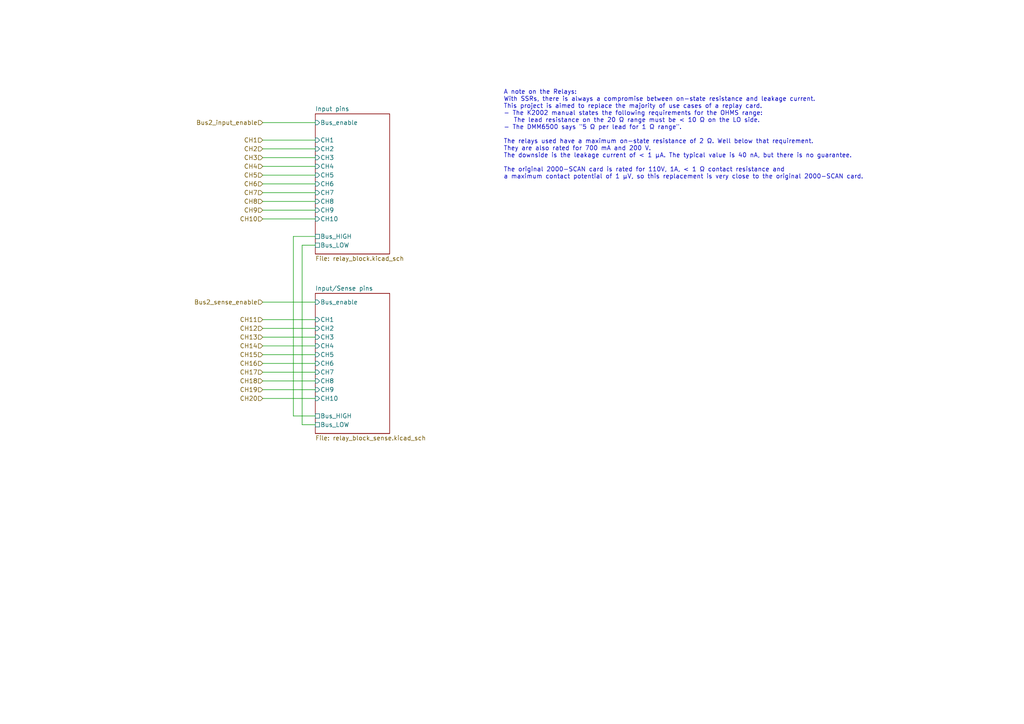
<source format=kicad_sch>
(kicad_sch
	(version 20231120)
	(generator "eeschema")
	(generator_version "8.0")
	(uuid "9390234f-bf3f-46cd-b6a0-8a438ec76e9f")
	(paper "A4")
	(title_block
		(title "Keithley 2000-SCAN-20 SSR")
		(date "2024-09-26")
		(rev "1.1.1")
		(comment 1 "Copyright (©) 2024, Patrick Baus <patrick.baus@physik.tu-darmstadt.de>")
		(comment 2 "Licensed under CERN OHL v.1.2")
	)
	(lib_symbols)
	(wire
		(pts
			(xy 91.44 63.5) (xy 76.2 63.5)
		)
		(stroke
			(width 0)
			(type default)
		)
		(uuid "05f2859d-2820-4e84-b395-696011feb13b")
	)
	(wire
		(pts
			(xy 87.63 71.12) (xy 87.63 123.19)
		)
		(stroke
			(width 0)
			(type default)
		)
		(uuid "269f19c3-6824-45a8-be29-fa58d70cbb42")
	)
	(wire
		(pts
			(xy 91.44 58.42) (xy 76.2 58.42)
		)
		(stroke
			(width 0)
			(type default)
		)
		(uuid "2a1de22d-6451-488d-af77-0bf8841bd695")
	)
	(wire
		(pts
			(xy 91.44 97.79) (xy 76.2 97.79)
		)
		(stroke
			(width 0)
			(type default)
		)
		(uuid "2c60448a-e30f-46b2-89e1-a44f51688efc")
	)
	(wire
		(pts
			(xy 91.44 87.63) (xy 76.2 87.63)
		)
		(stroke
			(width 0)
			(type default)
		)
		(uuid "2e0a9f64-1b78-4597-8d50-d12d2268a95a")
	)
	(wire
		(pts
			(xy 91.44 71.12) (xy 87.63 71.12)
		)
		(stroke
			(width 0)
			(type default)
		)
		(uuid "38cfe839-c630-43d3-a9ec-6a89ba9e318a")
	)
	(wire
		(pts
			(xy 91.44 92.71) (xy 76.2 92.71)
		)
		(stroke
			(width 0)
			(type default)
		)
		(uuid "4b1fce17-dec7-457e-ba3b-a77604e77dc9")
	)
	(wire
		(pts
			(xy 91.44 110.49) (xy 76.2 110.49)
		)
		(stroke
			(width 0)
			(type default)
		)
		(uuid "576f00e6-a1be-45d3-9b93-e26d9e0fe306")
	)
	(wire
		(pts
			(xy 85.09 120.65) (xy 91.44 120.65)
		)
		(stroke
			(width 0)
			(type default)
		)
		(uuid "5889287d-b845-4684-b23e-663811b25d27")
	)
	(wire
		(pts
			(xy 91.44 53.34) (xy 76.2 53.34)
		)
		(stroke
			(width 0)
			(type default)
		)
		(uuid "6ac3ab53-7523-4805-bfd2-5de19dff127e")
	)
	(wire
		(pts
			(xy 91.44 113.03) (xy 76.2 113.03)
		)
		(stroke
			(width 0)
			(type default)
		)
		(uuid "713e0777-58b2-4487-baca-60d0ebed27c3")
	)
	(wire
		(pts
			(xy 91.44 43.18) (xy 76.2 43.18)
		)
		(stroke
			(width 0)
			(type default)
		)
		(uuid "844d7d7a-b386-45a8-aaf6-bf41bbcb43b5")
	)
	(wire
		(pts
			(xy 91.44 100.33) (xy 76.2 100.33)
		)
		(stroke
			(width 0)
			(type default)
		)
		(uuid "901440f4-e2a6-4447-83cc-f58a2b26f5c4")
	)
	(wire
		(pts
			(xy 85.09 68.58) (xy 85.09 120.65)
		)
		(stroke
			(width 0)
			(type default)
		)
		(uuid "9aaeec6e-84fe-4644-b0bc-5de24626ff48")
	)
	(wire
		(pts
			(xy 91.44 48.26) (xy 76.2 48.26)
		)
		(stroke
			(width 0)
			(type default)
		)
		(uuid "a07b6b2b-7179-4297-b163-5e47ffbe76d3")
	)
	(wire
		(pts
			(xy 91.44 105.41) (xy 76.2 105.41)
		)
		(stroke
			(width 0)
			(type default)
		)
		(uuid "a0dee8e6-f88a-4f05-aba0-bab3aafdf2bc")
	)
	(wire
		(pts
			(xy 91.44 40.64) (xy 76.2 40.64)
		)
		(stroke
			(width 0)
			(type default)
		)
		(uuid "a62609cd-29b7-4918-b97d-7b2404ba61cf")
	)
	(wire
		(pts
			(xy 91.44 55.88) (xy 76.2 55.88)
		)
		(stroke
			(width 0)
			(type default)
		)
		(uuid "a8219a78-6b33-4efa-a789-6a67ce8f7a50")
	)
	(wire
		(pts
			(xy 91.44 115.57) (xy 76.2 115.57)
		)
		(stroke
			(width 0)
			(type default)
		)
		(uuid "a8fb8ee0-623f-4870-a716-ecc88f37ef9a")
	)
	(wire
		(pts
			(xy 91.44 68.58) (xy 85.09 68.58)
		)
		(stroke
			(width 0)
			(type default)
		)
		(uuid "be4b72db-0e02-4d9b-844a-aff689b4e648")
	)
	(wire
		(pts
			(xy 91.44 50.8) (xy 76.2 50.8)
		)
		(stroke
			(width 0)
			(type default)
		)
		(uuid "d1a9be32-38ba-44e6-bc35-f031541ab1fe")
	)
	(wire
		(pts
			(xy 91.44 35.56) (xy 76.2 35.56)
		)
		(stroke
			(width 0)
			(type default)
		)
		(uuid "d3e133b7-2c84-4206-a2b1-e693cb57fe56")
	)
	(wire
		(pts
			(xy 91.44 95.25) (xy 76.2 95.25)
		)
		(stroke
			(width 0)
			(type default)
		)
		(uuid "d66d3c12-11ce-4566-9a45-962e329503d8")
	)
	(wire
		(pts
			(xy 91.44 102.87) (xy 76.2 102.87)
		)
		(stroke
			(width 0)
			(type default)
		)
		(uuid "d7e5a060-eb57-4238-9312-26bc885fc97d")
	)
	(wire
		(pts
			(xy 87.63 123.19) (xy 91.44 123.19)
		)
		(stroke
			(width 0)
			(type default)
		)
		(uuid "da481376-0e49-44d3-91b8-aaa39b869dd1")
	)
	(wire
		(pts
			(xy 91.44 45.72) (xy 76.2 45.72)
		)
		(stroke
			(width 0)
			(type default)
		)
		(uuid "ebca7c5e-ae52-43e5-ac6c-69a96a9a5b24")
	)
	(wire
		(pts
			(xy 91.44 107.95) (xy 76.2 107.95)
		)
		(stroke
			(width 0)
			(type default)
		)
		(uuid "f19c9655-8ddb-411a-96dd-bd986870c3c6")
	)
	(wire
		(pts
			(xy 91.44 60.96) (xy 76.2 60.96)
		)
		(stroke
			(width 0)
			(type default)
		)
		(uuid "f3044f68-903d-4063-b253-30d8e3a83eae")
	)
	(text "A note on the Relays:\nWith SSRs, there is always a compromise between on-state resistance and leakage current.\nThis project is aimed to replace the majority of use cases of a replay card.\n- The K2002 manual states the following requirements for the OHMS range:\n   The lead resistance on the 20 Ω range must be < 10 Ω on the LO side.\n- The DMM6500 says \"5 Ω per lead for 1 Ω range\".\n\nThe relays used have a maximum on-state resistance of 2 Ω. Well below that requirement.\nThey are also rated for 700 mA and 200 V.\nThe downside is the leakage current of < 1 µA. The typical value is 40 nA, but there is no guarantee.\n\nThe original 2000-SCAN card is rated for 110V, 1A, < 1 Ω contact resistance and\na maximum contact potential of 1 µV, so this replacement is very close to the original 2000-SCAN card."
		(exclude_from_sim no)
		(at 146.05 52.07 0)
		(effects
			(font
				(size 1.27 1.27)
			)
			(justify left bottom)
		)
		(uuid "46ea7e7b-c766-43ba-ae44-fb66cd25b71f")
	)
	(hierarchical_label "CH2"
		(shape input)
		(at 76.2 43.18 180)
		(fields_autoplaced yes)
		(effects
			(font
				(size 1.27 1.27)
			)
			(justify right)
		)
		(uuid "03f57fb4-32a3-4bc6-85b9-fd8ece4a9592")
	)
	(hierarchical_label "CH10"
		(shape input)
		(at 76.2 63.5 180)
		(fields_autoplaced yes)
		(effects
			(font
				(size 1.27 1.27)
			)
			(justify right)
		)
		(uuid "07d160b6-23e1-4aa0-95cb-440482e6fc15")
	)
	(hierarchical_label "CH9"
		(shape input)
		(at 76.2 60.96 180)
		(fields_autoplaced yes)
		(effects
			(font
				(size 1.27 1.27)
			)
			(justify right)
		)
		(uuid "1e48966e-d29d-4521-8939-ec8ac570431d")
	)
	(hierarchical_label "CH6"
		(shape input)
		(at 76.2 53.34 180)
		(fields_autoplaced yes)
		(effects
			(font
				(size 1.27 1.27)
			)
			(justify right)
		)
		(uuid "24b72b0d-63b8-4e06-89d0-e94dcf39a600")
	)
	(hierarchical_label "CH16"
		(shape input)
		(at 76.2 105.41 180)
		(fields_autoplaced yes)
		(effects
			(font
				(size 1.27 1.27)
			)
			(justify right)
		)
		(uuid "25bc3602-3fb4-4a04-94e3-21ba22562c24")
	)
	(hierarchical_label "CH13"
		(shape input)
		(at 76.2 97.79 180)
		(fields_autoplaced yes)
		(effects
			(font
				(size 1.27 1.27)
			)
			(justify right)
		)
		(uuid "283c990c-ae5a-4e41-a3ad-b40ca29fe90e")
	)
	(hierarchical_label "CH5"
		(shape input)
		(at 76.2 50.8 180)
		(fields_autoplaced yes)
		(effects
			(font
				(size 1.27 1.27)
			)
			(justify right)
		)
		(uuid "4431c0f6-83ea-4eee-95a8-991da2f03ccd")
	)
	(hierarchical_label "CH12"
		(shape input)
		(at 76.2 95.25 180)
		(fields_autoplaced yes)
		(effects
			(font
				(size 1.27 1.27)
			)
			(justify right)
		)
		(uuid "49575217-40b0-4890-8acf-12982cca52b5")
	)
	(hierarchical_label "CH18"
		(shape input)
		(at 76.2 110.49 180)
		(fields_autoplaced yes)
		(effects
			(font
				(size 1.27 1.27)
			)
			(justify right)
		)
		(uuid "4a54c707-7b6f-4a3d-a74d-5e3526114aba")
	)
	(hierarchical_label "CH17"
		(shape input)
		(at 76.2 107.95 180)
		(fields_autoplaced yes)
		(effects
			(font
				(size 1.27 1.27)
			)
			(justify right)
		)
		(uuid "4aa97874-2fd2-414c-b381-9420384c2fd8")
	)
	(hierarchical_label "CH11"
		(shape input)
		(at 76.2 92.71 180)
		(fields_autoplaced yes)
		(effects
			(font
				(size 1.27 1.27)
			)
			(justify right)
		)
		(uuid "4cafb73d-1ad8-4d24-acf7-63d78095ae46")
	)
	(hierarchical_label "Bus2_sense_enable"
		(shape input)
		(at 76.2 87.63 180)
		(fields_autoplaced yes)
		(effects
			(font
				(size 1.27 1.27)
			)
			(justify right)
		)
		(uuid "582622a2-fad4-4737-9a80-be9fffbba8ab")
	)
	(hierarchical_label "CH15"
		(shape input)
		(at 76.2 102.87 180)
		(fields_autoplaced yes)
		(effects
			(font
				(size 1.27 1.27)
			)
			(justify right)
		)
		(uuid "7760a75a-d74b-4185-b34e-cbc7b2c339b6")
	)
	(hierarchical_label "CH20"
		(shape input)
		(at 76.2 115.57 180)
		(fields_autoplaced yes)
		(effects
			(font
				(size 1.27 1.27)
			)
			(justify right)
		)
		(uuid "869d6302-ae22-478f-9723-3feacbb12eef")
	)
	(hierarchical_label "CH4"
		(shape input)
		(at 76.2 48.26 180)
		(fields_autoplaced yes)
		(effects
			(font
				(size 1.27 1.27)
			)
			(justify right)
		)
		(uuid "90e761f6-1432-4f73-ad28-fa8869b7ec31")
	)
	(hierarchical_label "CH7"
		(shape input)
		(at 76.2 55.88 180)
		(fields_autoplaced yes)
		(effects
			(font
				(size 1.27 1.27)
			)
			(justify right)
		)
		(uuid "a6738794-75ae-48a6-8949-ed8717400d71")
	)
	(hierarchical_label "CH3"
		(shape input)
		(at 76.2 45.72 180)
		(fields_autoplaced yes)
		(effects
			(font
				(size 1.27 1.27)
			)
			(justify right)
		)
		(uuid "b78cb2c1-ae4b-4d9b-acd8-d7fe342342f2")
	)
	(hierarchical_label "CH14"
		(shape input)
		(at 76.2 100.33 180)
		(fields_autoplaced yes)
		(effects
			(font
				(size 1.27 1.27)
			)
			(justify right)
		)
		(uuid "c1bac86f-cbf6-4c5b-b60d-c26fa73d9c09")
	)
	(hierarchical_label "CH8"
		(shape input)
		(at 76.2 58.42 180)
		(fields_autoplaced yes)
		(effects
			(font
				(size 1.27 1.27)
			)
			(justify right)
		)
		(uuid "d692b5e6-71b2-4fa6-bc83-618add8d8fef")
	)
	(hierarchical_label "CH19"
		(shape input)
		(at 76.2 113.03 180)
		(fields_autoplaced yes)
		(effects
			(font
				(size 1.27 1.27)
			)
			(justify right)
		)
		(uuid "e1b88aa4-d887-4eea-83ff-5c009f4390c4")
	)
	(hierarchical_label "Bus2_input_enable"
		(shape input)
		(at 76.2 35.56 180)
		(fields_autoplaced yes)
		(effects
			(font
				(size 1.27 1.27)
			)
			(justify right)
		)
		(uuid "f988d6ea-11c5-4837-b1d1-5c292ded50c6")
	)
	(hierarchical_label "CH1"
		(shape input)
		(at 76.2 40.64 180)
		(fields_autoplaced yes)
		(effects
			(font
				(size 1.27 1.27)
			)
			(justify right)
		)
		(uuid "f9b1563b-384a-447c-9f47-736504e995c8")
	)
	(sheet
		(at 91.44 33.02)
		(size 21.59 40.64)
		(fields_autoplaced yes)
		(stroke
			(width 0)
			(type solid)
		)
		(fill
			(color 0 0 0 0.0000)
		)
		(uuid "00000000-0000-0000-0000-000061fc3e67")
		(property "Sheetname" "Input pins"
			(at 91.44 32.3084 0)
			(effects
				(font
					(size 1.27 1.27)
				)
				(justify left bottom)
			)
		)
		(property "Sheetfile" "relay_block.kicad_sch"
			(at 91.44 74.2446 0)
			(effects
				(font
					(size 1.27 1.27)
				)
				(justify left top)
			)
		)
		(pin "CH1" input
			(at 91.44 40.64 180)
			(effects
				(font
					(size 1.27 1.27)
				)
				(justify left)
			)
			(uuid "a90361cd-254c-4d27-ae1f-9a6c85bafe28")
		)
		(pin "CH2" input
			(at 91.44 43.18 180)
			(effects
				(font
					(size 1.27 1.27)
				)
				(justify left)
			)
			(uuid "84d296ba-3d39-4264-ad19-947f90c54396")
		)
		(pin "CH3" input
			(at 91.44 45.72 180)
			(effects
				(font
					(size 1.27 1.27)
				)
				(justify left)
			)
			(uuid "6afc19cf-38b4-47a3-bc2b-445b18724310")
		)
		(pin "CH4" input
			(at 91.44 48.26 180)
			(effects
				(font
					(size 1.27 1.27)
				)
				(justify left)
			)
			(uuid "fe14c012-3d58-4e5e-9a37-4b9765a7f764")
		)
		(pin "CH5" input
			(at 91.44 50.8 180)
			(effects
				(font
					(size 1.27 1.27)
				)
				(justify left)
			)
			(uuid "d01102e9-b170-4eb1-a0a4-9a31feb850b7")
		)
		(pin "CH6" input
			(at 91.44 53.34 180)
			(effects
				(font
					(size 1.27 1.27)
				)
				(justify left)
			)
			(uuid "c8a7af6e-c432-4fa3-91ee-c8bf0c5a9ebe")
		)
		(pin "CH7" input
			(at 91.44 55.88 180)
			(effects
				(font
					(size 1.27 1.27)
				)
				(justify left)
			)
			(uuid "91fe070a-a49b-4bc5-805a-42f23e10d114")
		)
		(pin "CH8" input
			(at 91.44 58.42 180)
			(effects
				(font
					(size 1.27 1.27)
				)
				(justify left)
			)
			(uuid "501880c3-8633-456f-9add-0e8fa1932ba6")
		)
		(pin "CH9" input
			(at 91.44 60.96 180)
			(effects
				(font
					(size 1.27 1.27)
				)
				(justify left)
			)
			(uuid "c454102f-dc92-4550-9492-797fc8e6b49c")
		)
		(pin "CH10" input
			(at 91.44 63.5 180)
			(effects
				(font
					(size 1.27 1.27)
				)
				(justify left)
			)
			(uuid "7a879184-fad8-4feb-afb5-86fe8d34f1f7")
		)
		(pin "Bus_enable" input
			(at 91.44 35.56 180)
			(effects
				(font
					(size 1.27 1.27)
				)
				(justify left)
			)
			(uuid "528fd7da-c9a6-40ae-9f1a-60f6a7f4d534")
		)
		(pin "Bus_LOW" passive
			(at 91.44 71.12 180)
			(effects
				(font
					(size 1.27 1.27)
				)
				(justify left)
			)
			(uuid "e413cfad-d7bd-41ab-b8dd-4b67484671a6")
		)
		(pin "Bus_HIGH" passive
			(at 91.44 68.58 180)
			(effects
				(font
					(size 1.27 1.27)
				)
				(justify left)
			)
			(uuid "18ca5aef-6a2c-41ac-9e7f-bf7acb716e53")
		)
		(instances
			(project "SCAN2000"
				(path "/29195ea4-8218-44a1-b4bf-466bee0082e4/00000000-0000-0000-0000-000061fc209f"
					(page "2")
				)
			)
		)
	)
	(sheet
		(at 91.44 85.09)
		(size 21.59 40.64)
		(fields_autoplaced yes)
		(stroke
			(width 0)
			(type solid)
		)
		(fill
			(color 0 0 0 0.0000)
		)
		(uuid "00000000-0000-0000-0000-0000621a92ce")
		(property "Sheetname" "Input/Sense pins"
			(at 91.44 84.3784 0)
			(effects
				(font
					(size 1.27 1.27)
				)
				(justify left bottom)
			)
		)
		(property "Sheetfile" "relay_block_sense.kicad_sch"
			(at 91.44 126.3146 0)
			(effects
				(font
					(size 1.27 1.27)
				)
				(justify left top)
			)
		)
		(pin "CH1" input
			(at 91.44 92.71 180)
			(effects
				(font
					(size 1.27 1.27)
				)
				(justify left)
			)
			(uuid "fdc60c06-30fa-4dfb-96b4-809b755999e1")
		)
		(pin "CH2" input
			(at 91.44 95.25 180)
			(effects
				(font
					(size 1.27 1.27)
				)
				(justify left)
			)
			(uuid "f0ff5d1c-5481-4958-b844-4f68a17d4166")
		)
		(pin "CH3" input
			(at 91.44 97.79 180)
			(effects
				(font
					(size 1.27 1.27)
				)
				(justify left)
			)
			(uuid "96db52e2-6336-4f5e-846e-528c594d0509")
		)
		(pin "CH4" input
			(at 91.44 100.33 180)
			(effects
				(font
					(size 1.27 1.27)
				)
				(justify left)
			)
			(uuid "59fc765e-1357-4c94-9529-5635418c7d73")
		)
		(pin "CH5" input
			(at 91.44 102.87 180)
			(effects
				(font
					(size 1.27 1.27)
				)
				(justify left)
			)
			(uuid "89a8e170-a222-41c0-b545-c9f4c5604011")
		)
		(pin "CH6" input
			(at 91.44 105.41 180)
			(effects
				(font
					(size 1.27 1.27)
				)
				(justify left)
			)
			(uuid "9529c01f-e1cd-40be-b7f0-83780a544249")
		)
		(pin "CH7" input
			(at 91.44 107.95 180)
			(effects
				(font
					(size 1.27 1.27)
				)
				(justify left)
			)
			(uuid "d68e5ddb-039c-483f-88a3-1b0b7964b482")
		)
		(pin "CH8" input
			(at 91.44 110.49 180)
			(effects
				(font
					(size 1.27 1.27)
				)
				(justify left)
			)
			(uuid "6f580eb1-88cc-489d-a7ca-9efa5e590715")
		)
		(pin "CH9" input
			(at 91.44 113.03 180)
			(effects
				(font
					(size 1.27 1.27)
				)
				(justify left)
			)
			(uuid "b13e8448-bf35-4ec0-9c70-3f2250718cc2")
		)
		(pin "CH10" input
			(at 91.44 115.57 180)
			(effects
				(font
					(size 1.27 1.27)
				)
				(justify left)
			)
			(uuid "5c7d6eaf-f256-4349-8203-d2e836872231")
		)
		(pin "Bus_enable" input
			(at 91.44 87.63 180)
			(effects
				(font
					(size 1.27 1.27)
				)
				(justify left)
			)
			(uuid "dde8619c-5a8c-40eb-9845-65e6a654222d")
		)
		(pin "Bus_LOW" passive
			(at 91.44 123.19 180)
			(effects
				(font
					(size 1.27 1.27)
				)
				(justify left)
			)
			(uuid "c7df8431-dcf5-4ab4-b8f8-21c1cafc5246")
		)
		(pin "Bus_HIGH" passive
			(at 91.44 120.65 180)
			(effects
				(font
					(size 1.27 1.27)
				)
				(justify left)
			)
			(uuid "d38aa458-d7c4-47af-ba08-2b6be506a3fd")
		)
		(instances
			(project "SCAN2000"
				(path "/29195ea4-8218-44a1-b4bf-466bee0082e4/00000000-0000-0000-0000-000061fc209f"
					(page "3")
				)
			)
		)
	)
)

</source>
